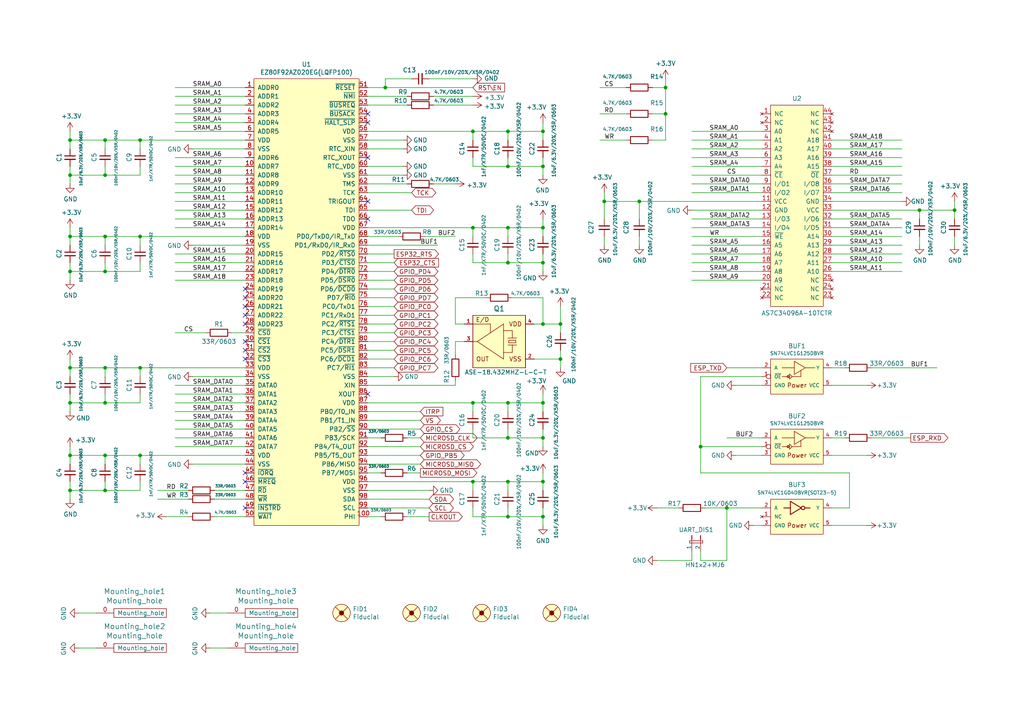
<source format=kicad_sch>
(kicad_sch (version 20230121) (generator eeschema)
  (paper "A4")
  (title_block (title "AgonLight2") (date "2022-12-15") (rev "B") (company "Olimex") (comment 1 "(c)2022"))
  (junction (at 137.16 139.7))
  (junction (at 30.48 40.64))
  (junction (at 157.48 127))
  (junction (at 30.48 132.08))
  (junction (at 157.48 38.1))
  (junction (at 20.32 68.58))
  (junction (at 30.48 78.74))
  (junction (at 157.48 139.7))
  (junction (at 147.32 38.1))
  (junction (at 20.32 132.08))
  (junction (at 157.48 149.86))
  (junction (at 137.16 116.84))
  (junction (at 40.64 40.64))
  (junction (at 175.26 58.42))
  (junction (at 162.56 93.98))
  (junction (at 210.82 147.32))
  (junction (at 185.42 58.42))
  (junction (at 20.32 50.8))
  (junction (at 30.48 106.68))
  (junction (at 162.56 104.14))
  (junction (at 20.32 40.64))
  (junction (at 203.2 129.54))
  (junction (at 30.48 142.24))
  (junction (at 30.48 116.84))
  (junction (at 20.32 106.68))
  (junction (at 40.64 106.68))
  (junction (at 137.16 38.1))
  (junction (at 20.32 78.74))
  (junction (at 147.32 48.26))
  (junction (at 20.32 142.24))
  (junction (at 20.32 116.84))
  (junction (at 193.04 25.4))
  (junction (at 40.64 132.08))
  (junction (at 137.16 66.04))
  (junction (at 147.32 149.86))
  (junction (at 147.32 139.7))
  (junction (at 157.48 116.84))
  (junction (at 147.32 116.84))
  (junction (at 111.76 25.4))
  (junction (at 157.48 76.2))
  (junction (at 266.7 60.96))
  (junction (at 276.86 60.96))
  (junction (at 193.04 33.02))
  (junction (at 157.48 66.04))
  (junction (at 147.32 127))
  (junction (at 147.32 66.04))
  (junction (at 30.48 50.8))
  (junction (at 30.48 68.58))
  (junction (at 147.32 76.2))
  (junction (at 157.48 48.26))
  (junction (at 157.48 93.98))
  (junction (at 40.64 68.58))
  (no_connect (at 106.68 33.02))
  (no_connect (at 106.68 114.3))
  (no_connect (at 71.12 101.6))
  (no_connect (at 71.12 91.44))
  (no_connect (at 71.12 86.36))
  (no_connect (at 71.12 104.14))
  (no_connect (at 71.12 93.98))
  (no_connect (at 106.68 63.5))
  (no_connect (at 106.68 58.42))
  (no_connect (at 106.68 35.56))
  (no_connect (at 71.12 139.7))
  (no_connect (at 71.12 99.06))
  (no_connect (at 71.12 147.32))
  (no_connect (at 71.12 88.9))
  (no_connect (at 71.12 137.16))
  (no_connect (at 71.12 83.82))
  (no_connect (at 106.68 45.72))
  (wire (pts (xy 261.62 73.66) (xy 241.3 73.66)))
  (wire (pts (xy 119.38 22.86) (xy 111.76 22.86)))
  (wire (pts (xy 54.61 149.86) (xy 48.26 149.86)))
  (wire (pts (xy 220.98 63.5) (xy 200.66 63.5)))
  (wire (pts (xy 147.32 116.84) (xy 157.48 116.84)))
  (wire (pts (xy 27.94 177.8) (xy 22.86 177.8)))
  (wire (pts (xy 220.98 43.18) (xy 200.66 43.18)))
  (wire (pts (xy 20.32 50.8) (xy 30.48 50.8)))
  (wire (pts (xy 71.12 63.5) (xy 50.8 63.5)))
  (wire (pts (xy 40.64 68.58) (xy 40.64 71.12)))
  (wire (pts (xy 220.98 53.34) (xy 200.66 53.34)))
  (wire (pts (xy 106.68 121.92) (xy 121.92 121.92)))
  (wire (pts (xy 30.48 116.84) (xy 20.32 116.84)))
  (wire (pts (xy 59.69 96.52) (xy 50.8 96.52)))
  (wire (pts (xy 30.48 139.7) (xy 30.48 142.24)))
  (wire (pts (xy 66.04 177.8) (xy 60.96 177.8)))
  (wire (pts (xy 71.12 45.72) (xy 50.8 45.72)))
  (wire (pts (xy 20.32 109.22) (xy 20.32 106.68)))
  (wire (pts (xy 200.66 162.56) (xy 190.5 162.56)))
  (wire (pts (xy 220.98 58.42) (xy 185.42 58.42)))
  (wire (pts (xy 106.68 132.08) (xy 121.92 132.08)))
  (wire (pts (xy 30.48 48.26) (xy 30.48 50.8)))
  (wire (pts (xy 71.12 142.24) (xy 62.23 142.24)))
  (wire (pts (xy 241.3 106.68) (xy 245.11 106.68)))
  (wire (pts (xy 266.7 60.96) (xy 276.86 60.96)))
  (wire (pts (xy 147.32 149.86) (xy 157.48 149.86)))
  (wire (pts (xy 55.88 71.12) (xy 71.12 71.12)))
  (wire (pts (xy 261.62 71.12) (xy 241.3 71.12)))
  (wire (pts (xy 20.32 116.84) (xy 20.32 114.3)))
  (wire (pts (xy 50.8 116.84) (xy 71.12 116.84)))
  (wire (pts (xy 106.68 55.88) (xy 119.38 55.88)))
  (wire (pts (xy 106.68 111.76) (xy 132.08 111.76)))
  (wire (pts (xy 276.86 68.58) (xy 276.86 71.12)))
  (wire (pts (xy 40.64 76.2) (xy 40.64 78.74)))
  (wire (pts (xy 71.12 81.28) (xy 50.8 81.28)))
  (wire (pts (xy 185.42 68.58) (xy 185.42 71.12)))
  (wire (pts (xy 137.16 22.86) (xy 124.46 22.86)))
  (wire (pts (xy 147.32 76.2) (xy 157.48 76.2)))
  (wire (pts (xy 261.62 68.58) (xy 241.3 68.58)))
  (wire (pts (xy 71.12 27.94) (xy 50.8 27.94)))
  (wire (pts (xy 137.16 149.86) (xy 147.32 149.86)))
  (wire (pts (xy 106.68 99.06) (xy 114.3 99.06)))
  (wire (pts (xy 106.68 88.9) (xy 114.3 88.9)))
  (wire (pts (xy 71.12 76.2) (xy 50.8 76.2)))
  (wire (pts (xy 30.48 50.8) (xy 40.64 50.8)))
  (wire (pts (xy 261.62 78.74) (xy 241.3 78.74)))
  (wire (pts (xy 106.68 30.48) (xy 118.11 30.48)))
  (wire (pts (xy 30.48 40.64) (xy 30.48 43.18)))
  (wire (pts (xy 111.76 25.4) (xy 106.68 25.4)))
  (wire (pts (xy 106.68 96.52) (xy 114.3 96.52)))
  (wire (pts (xy 30.48 71.12) (xy 30.48 68.58)))
  (wire (pts (xy 148.59 86.36) (xy 157.48 86.36)))
  (wire (pts (xy 137.16 45.72) (xy 137.16 48.26)))
  (wire (pts (xy 220.98 71.12) (xy 200.66 71.12)))
  (wire (pts (xy 220.98 106.68) (xy 210.82 106.68)))
  (wire (pts (xy 54.61 144.78) (xy 45.72 144.78)))
  (wire (pts (xy 157.48 149.86) (xy 157.48 147.32)))
  (wire (pts (xy 203.2 109.22) (xy 203.2 129.54)))
  (wire (pts (xy 71.12 43.18) (xy 55.88 43.18)))
  (wire (pts (xy 137.16 66.04) (xy 137.16 68.58)))
  (wire (pts (xy 106.68 86.36) (xy 114.3 86.36)))
  (wire (pts (xy 137.16 139.7) (xy 147.32 139.7)))
  (wire (pts (xy 40.64 132.08) (xy 30.48 132.08)))
  (wire (pts (xy 137.16 66.04) (xy 147.32 66.04)))
  (wire (pts (xy 20.32 134.62) (xy 20.32 132.08)))
  (wire (pts (xy 71.12 111.76) (xy 50.8 111.76)))
  (wire (pts (xy 30.48 114.3) (xy 30.48 116.84)))
  (wire (pts (xy 71.12 25.4) (xy 50.8 25.4)))
  (wire (pts (xy 132.08 102.87) (xy 132.08 99.06)))
  (wire (pts (xy 132.08 93.98) (xy 132.08 86.36)))
  (wire (pts (xy 189.23 33.02) (xy 193.04 33.02)))
  (wire (pts (xy 71.12 38.1) (xy 50.8 38.1)))
  (wire (pts (xy 106.68 76.2) (xy 114.3 76.2)))
  (wire (pts (xy 71.12 48.26) (xy 50.8 48.26)))
  (wire (pts (xy 50.8 121.92) (xy 71.12 121.92)))
  (wire (pts (xy 71.12 60.96) (xy 50.8 60.96)))
  (wire (pts (xy 71.12 73.66) (xy 50.8 73.66)))
  (wire (pts (xy 185.42 63.5) (xy 185.42 58.42)))
  (wire (pts (xy 20.32 40.64) (xy 20.32 38.1)))
  (wire (pts (xy 261.62 53.34) (xy 241.3 53.34)))
  (wire (pts (xy 71.12 149.86) (xy 62.23 149.86)))
  (wire (pts (xy 40.64 114.3) (xy 40.64 116.84)))
  (wire (pts (xy 154.94 104.14) (xy 162.56 104.14)))
  (wire (pts (xy 220.98 73.66) (xy 200.66 73.66)))
  (wire (pts (xy 110.49 149.86) (xy 106.68 149.86)))
  (wire (pts (xy 241.3 43.18) (xy 261.62 43.18)))
  (wire (pts (xy 106.68 38.1) (xy 137.16 38.1)))
  (wire (pts (xy 203.2 162.56) (xy 210.82 162.56)))
  (wire (pts (xy 241.3 132.08) (xy 251.46 132.08)))
  (wire (pts (xy 20.32 142.24) (xy 20.32 139.7)))
  (wire (pts (xy 20.32 68.58) (xy 20.32 66.04)))
  (wire (pts (xy 71.12 127) (xy 50.8 127)))
  (wire (pts (xy 62.23 144.78) (xy 71.12 144.78)))
  (wire (pts (xy 220.98 132.08) (xy 213.36 132.08)))
  (wire (pts (xy 30.48 106.68) (xy 20.32 106.68)))
  (wire (pts (xy 203.2 137.16) (xy 246.38 137.16)))
  (wire (pts (xy 204.47 147.32) (xy 210.82 147.32)))
  (wire (pts (xy 246.38 137.16) (xy 246.38 147.32)))
  (wire (pts (xy 266.7 71.12) (xy 266.7 68.58)))
  (wire (pts (xy 193.04 25.4) (xy 193.04 22.86)))
  (wire (pts (xy 30.48 134.62) (xy 30.48 132.08)))
  (wire (pts (xy 111.76 22.86) (xy 111.76 25.4)))
  (wire (pts (xy 71.12 78.74) (xy 50.8 78.74)))
  (wire (pts (xy 220.98 55.88) (xy 200.66 55.88)))
  (wire (pts (xy 71.12 66.04) (xy 50.8 66.04)))
  (wire (pts (xy 30.48 142.24) (xy 20.32 142.24)))
  (wire (pts (xy 106.68 83.82) (xy 114.3 83.82)))
  (wire (pts (xy 40.64 40.64) (xy 30.48 40.64)))
  (wire (pts (xy 266.7 63.5) (xy 266.7 60.96)))
  (wire (pts (xy 137.16 147.32) (xy 137.16 149.86)))
  (wire (pts (xy 106.68 142.24) (xy 124.46 142.24)))
  (wire (pts (xy 203.2 129.54) (xy 220.98 129.54)))
  (wire (pts (xy 193.04 40.64) (xy 189.23 40.64)))
  (wire (pts (xy 71.12 106.68) (xy 40.64 106.68)))
  (wire (pts (xy 157.48 116.84) (xy 157.48 114.3)))
  (wire (pts (xy 40.64 50.8) (xy 40.64 48.26)))
  (wire (pts (xy 20.32 48.26) (xy 20.32 50.8)))
  (wire (pts (xy 22.86 187.96) (xy 27.94 187.96)))
  (wire (pts (xy 40.64 43.18) (xy 40.64 40.64)))
  (wire (pts (xy 157.48 76.2) (xy 157.48 73.66)))
  (wire (pts (xy 220.98 50.8) (xy 200.66 50.8)))
  (wire (pts (xy 71.12 119.38) (xy 50.8 119.38)))
  (wire (pts (xy 106.68 73.66) (xy 114.3 73.66)))
  (wire (pts (xy 106.68 139.7) (xy 137.16 139.7)))
  (wire (pts (xy 220.98 68.58) (xy 200.66 68.58)))
  (wire (pts (xy 147.32 147.32) (xy 147.32 149.86)))
  (wire (pts (xy 181.61 40.64) (xy 173.99 40.64)))
  (wire (pts (xy 157.48 119.38) (xy 157.48 116.84)))
  (wire (pts (xy 30.48 78.74) (xy 20.32 78.74)))
  (wire (pts (xy 71.12 53.34) (xy 50.8 53.34)))
  (wire (pts (xy 71.12 109.22) (xy 55.88 109.22)))
  (wire (pts (xy 106.68 109.22) (xy 114.3 109.22)))
  (wire (pts (xy 40.64 116.84) (xy 30.48 116.84)))
  (wire (pts (xy 241.3 45.72) (xy 261.62 45.72)))
  (wire (pts (xy 40.64 142.24) (xy 30.48 142.24)))
  (wire (pts (xy 106.68 106.68) (xy 114.3 106.68)))
  (wire (pts (xy 60.96 187.96) (xy 66.04 187.96)))
  (wire (pts (xy 241.3 55.88) (xy 261.62 55.88)))
  (wire (pts (xy 123.19 68.58) (xy 132.08 68.58)))
  (wire (pts (xy 241.3 58.42) (xy 261.62 58.42)))
  (wire (pts (xy 147.32 66.04) (xy 157.48 66.04)))
  (wire (pts (xy 210.82 147.32) (xy 220.98 147.32)))
  (wire (pts (xy 40.64 139.7) (xy 40.64 142.24)))
  (wire (pts (xy 106.68 124.46) (xy 121.92 124.46)))
  (wire (pts (xy 106.68 68.58) (xy 115.57 68.58)))
  (wire (pts (xy 175.26 58.42) (xy 175.26 55.88)))
  (wire (pts (xy 118.11 149.86) (xy 124.46 149.86)))
  (wire (pts (xy 157.48 48.26) (xy 157.48 45.72)))
  (wire (pts (xy 106.68 101.6) (xy 114.3 101.6)))
  (wire (pts (xy 106.68 116.84) (xy 137.16 116.84)))
  (wire (pts (xy 106.68 27.94) (xy 118.11 27.94)))
  (wire (pts (xy 162.56 101.6) (xy 162.56 104.14)))
  (wire (pts (xy 175.26 58.42) (xy 175.26 63.5)))
  (wire (pts (xy 71.12 55.88) (xy 50.8 55.88)))
  (wire (pts (xy 106.68 66.04) (xy 137.16 66.04)))
  (wire (pts (xy 137.16 116.84) (xy 147.32 116.84)))
  (wire (pts (xy 203.2 129.54) (xy 203.2 137.16)))
  (wire (pts (xy 261.62 63.5) (xy 241.3 63.5)))
  (wire (pts (xy 30.48 132.08) (xy 20.32 132.08)))
  (wire (pts (xy 20.32 78.74) (xy 20.32 81.28)))
  (wire (pts (xy 71.12 33.02) (xy 50.8 33.02)))
  (wire (pts (xy 118.11 127) (xy 121.92 127)))
  (wire (pts (xy 189.23 25.4) (xy 193.04 25.4)))
  (wire (pts (xy 106.68 53.34) (xy 118.11 53.34)))
  (wire (pts (xy 147.32 124.46) (xy 147.32 127)))
  (wire (pts (xy 276.86 63.5) (xy 276.86 60.96)))
  (wire (pts (xy 137.16 139.7) (xy 137.16 142.24)))
  (wire (pts (xy 181.61 25.4) (xy 173.99 25.4)))
  (wire (pts (xy 157.48 40.64) (xy 157.48 38.1)))
  (wire (pts (xy 137.16 76.2) (xy 147.32 76.2)))
  (wire (pts (xy 20.32 106.68) (xy 20.32 104.14)))
  (wire (pts (xy 30.48 109.22) (xy 30.48 106.68)))
  (wire (pts (xy 200.66 160.02) (xy 200.66 162.56)))
  (wire (pts (xy 118.11 137.16) (xy 121.92 137.16)))
  (wire (pts (xy 106.68 78.74) (xy 114.3 78.74)))
  (wire (pts (xy 181.61 33.02) (xy 173.99 33.02)))
  (wire (pts (xy 106.68 144.78) (xy 124.46 144.78)))
  (wire (pts (xy 220.98 127) (xy 210.82 127)))
  (wire (pts (xy 106.68 81.28) (xy 114.3 81.28)))
  (wire (pts (xy 157.48 86.36) (xy 157.48 93.98)))
  (wire (pts (xy 241.3 152.4) (xy 251.46 152.4)))
  (wire (pts (xy 157.48 48.26) (xy 157.48 50.8)))
  (wire (pts (xy 261.62 76.2) (xy 241.3 76.2)))
  (wire (pts (xy 210.82 162.56) (xy 210.82 147.32)))
  (wire (pts (xy 190.5 147.32) (xy 196.85 147.32)))
  (wire (pts (xy 20.32 78.74) (xy 20.32 76.2)))
  (wire (pts (xy 106.68 119.38) (xy 121.92 119.38)))
  (wire (pts (xy 162.56 96.52) (xy 162.56 93.98)))
  (wire (pts (xy 134.62 93.98) (xy 132.08 93.98)))
  (wire (pts (xy 125.73 30.48) (xy 137.16 30.48)))
  (wire (pts (xy 106.68 43.18) (xy 116.84 43.18)))
  (wire (pts (xy 125.73 53.34) (xy 132.08 53.34)))
  (wire (pts (xy 241.3 111.76) (xy 251.46 111.76)))
  (wire (pts (xy 137.16 73.66) (xy 137.16 76.2)))
  (wire (pts (xy 220.98 152.4) (xy 218.44 152.4)))
  (wire (pts (xy 157.48 139.7) (xy 157.48 137.16)))
  (wire (pts (xy 147.32 38.1) (xy 157.48 38.1)))
  (wire (pts (xy 71.12 124.46) (xy 50.8 124.46)))
  (wire (pts (xy 203.2 160.02) (xy 203.2 162.56)))
  (wire (pts (xy 147.32 142.24) (xy 147.32 139.7)))
  (wire (pts (xy 40.64 106.68) (xy 40.64 109.22)))
  (wire (pts (xy 147.32 48.26) (xy 157.48 48.26)))
  (wire (pts (xy 246.38 147.32) (xy 241.3 147.32)))
  (wire (pts (xy 147.32 73.66) (xy 147.32 76.2)))
  (wire (pts (xy 111.76 25.4) (xy 137.16 25.4)))
  (wire (pts (xy 106.68 71.12) (xy 127 71.12)))
  (wire (pts (xy 162.56 104.14) (xy 162.56 106.68)))
  (wire (pts (xy 137.16 38.1) (xy 137.16 40.64)))
  (wire (pts (xy 193.04 25.4) (xy 193.04 33.02)))
  (wire (pts (xy 220.98 78.74) (xy 200.66 78.74)))
  (wire (pts (xy 71.12 96.52) (xy 67.31 96.52)))
  (wire (pts (xy 220.98 48.26) (xy 200.66 48.26)))
  (wire (pts (xy 106.68 60.96) (xy 119.38 60.96)))
  (wire (pts (xy 147.32 139.7) (xy 157.48 139.7)))
  (wire (pts (xy 125.73 27.94) (xy 137.16 27.94)))
  (wire (pts (xy 132.08 110.49) (xy 132.08 111.76)))
  (wire (pts (xy 162.56 93.98) (xy 162.56 88.9)))
  (wire (pts (xy 50.8 129.54) (xy 71.12 129.54)))
  (wire (pts (xy 71.12 35.56) (xy 50.8 35.56)))
  (wire (pts (xy 30.48 76.2) (xy 30.48 78.74)))
  (wire (pts (xy 147.32 68.58) (xy 147.32 66.04)))
  (wire (pts (xy 20.32 43.18) (xy 20.32 40.64)))
  (wire (pts (xy 276.86 58.42) (xy 276.86 60.96)))
  (wire (pts (xy 241.3 50.8) (xy 261.62 50.8)))
  (wire (pts (xy 220.98 76.2) (xy 200.66 76.2)))
  (wire (pts (xy 114.3 104.14) (xy 106.68 104.14)))
  (wire (pts (xy 147.32 119.38) (xy 147.32 116.84)))
  (wire (pts (xy 132.08 86.36) (xy 140.97 86.36)))
  (wire (pts (xy 71.12 132.08) (xy 40.64 132.08)))
  (wire (pts (xy 220.98 45.72) (xy 200.66 45.72)))
  (wire (pts (xy 132.08 99.06) (xy 134.62 99.06)))
  (wire (pts (xy 154.94 93.98) (xy 157.48 93.98)))
  (wire (pts (xy 106.68 129.54) (xy 121.92 129.54)))
  (wire (pts (xy 220.98 60.96) (xy 200.66 60.96)))
  (wire (pts (xy 185.42 58.42) (xy 175.26 58.42)))
  (wire (pts (xy 20.32 142.24) (xy 20.32 144.78)))
  (wire (pts (xy 30.48 40.64) (xy 20.32 40.64)))
  (wire (pts (xy 241.3 40.64) (xy 261.62 40.64)))
  (wire (pts (xy 106.68 127) (xy 110.49 127)))
  (wire (pts (xy 137.16 48.26) (xy 147.32 48.26)))
  (wire (pts (xy 241.3 127) (xy 245.11 127)))
  (wire (pts (xy 116.84 50.8) (xy 106.68 50.8)))
  (wire (pts (xy 40.64 132.08) (xy 40.64 134.62)))
  (wire (pts (xy 137.16 124.46) (xy 137.16 127)))
  (wire (pts (xy 20.32 132.08) (xy 20.32 129.54)))
  (wire (pts (xy 71.12 68.58) (xy 40.64 68.58)))
  (wire (pts (xy 157.48 66.04) (xy 157.48 63.5)))
  (wire (pts (xy 147.32 127) (xy 157.48 127)))
  (wire (pts (xy 71.12 134.62) (xy 55.88 134.62)))
  (wire (pts (xy 71.12 50.8) (xy 50.8 50.8)))
  (wire (pts (xy 40.64 68.58) (xy 30.48 68.58)))
  (wire (pts (xy 220.98 38.1) (xy 200.66 38.1)))
  (wire (pts (xy 157.48 76.2) (xy 157.48 78.74)))
  (wire (pts (xy 175.26 68.58) (xy 175.26 71.12)))
  (wire (pts (xy 157.48 142.24) (xy 157.48 139.7)))
  (wire (pts (xy 114.3 91.44) (xy 106.68 91.44)))
  (wire (pts (xy 220.98 109.22) (xy 203.2 109.22)))
  (wire (pts (xy 71.12 58.42) (xy 50.8 58.42)))
  (wire (pts (xy 71.12 30.48) (xy 50.8 30.48)))
  (wire (pts (xy 71.12 40.64) (xy 40.64 40.64)))
  (wire (pts (xy 20.32 53.34) (xy 20.32 50.8)))
  (wire (pts (xy 106.68 137.16) (xy 110.49 137.16)))
  (wire (pts (xy 252.73 106.68) (xy 271.78 106.68)))
  (wire (pts (xy 157.48 68.58) (xy 157.48 66.04)))
  (wire (pts (xy 71.12 114.3) (xy 50.8 114.3)))
  (wire (pts (xy 147.32 45.72) (xy 147.32 48.26)))
  (wire (pts (xy 106.68 134.62) (xy 121.92 134.62)))
  (wire (pts (xy 157.48 38.1) (xy 157.48 35.56)))
  (wire (pts (xy 220.98 40.64) (xy 200.66 40.64)))
  (wire (pts (xy 252.73 127) (xy 264.16 127)))
  (wire (pts (xy 137.16 38.1) (xy 147.32 38.1)))
  (wire (pts (xy 54.61 142.24) (xy 45.72 142.24)))
  (wire (pts (xy 106.68 147.32) (xy 124.46 147.32)))
  (wire (pts (xy 20.32 71.12) (xy 20.32 68.58)))
  (wire (pts (xy 241.3 66.04) (xy 261.62 66.04)))
  (wire (pts (xy 137.16 116.84) (xy 137.16 119.38)))
  (wire (pts (xy 200.66 66.04) (xy 220.98 66.04)))
  (wire (pts (xy 220.98 111.76) (xy 213.36 111.76)))
  (wire (pts (xy 157.48 93.98) (xy 162.56 93.98)))
  (wire (pts (xy 220.98 81.28) (xy 200.66 81.28)))
  (wire (pts (xy 106.68 40.64) (xy 116.84 40.64)))
  (wire (pts (xy 114.3 93.98) (xy 106.68 93.98)))
  (wire (pts (xy 30.48 68.58) (xy 20.32 68.58)))
  (wire (pts (xy 241.3 48.26) (xy 261.62 48.26)))
  (wire (pts (xy 157.48 127) (xy 157.48 124.46)))
  (wire (pts (xy 193.04 33.02) (xy 193.04 40.64)))
  (wire (pts (xy 106.68 48.26) (xy 116.84 48.26)))
  (wire (pts (xy 157.48 127) (xy 157.48 129.54)))
  (wire (pts (xy 157.48 149.86) (xy 157.48 152.4)))
  (wire (pts (xy 147.32 40.64) (xy 147.32 38.1)))
  (wire (pts (xy 137.16 127) (xy 147.32 127)))
  (wire (pts (xy 40.64 106.68) (xy 30.48 106.68)))
  (wire (pts (xy 40.64 78.74) (xy 30.48 78.74)))
  (wire (pts (xy 241.3 60.96) (xy 266.7 60.96)))
  (wire (pts (xy 20.32 116.84) (xy 20.32 119.38)))
  (label "SRAM_A1" (at 55.88 27.94 0))
  (label "SRAM_A9" (at 55.88 53.34 0))
  (label "BUF1" (at 127 71.12 180))
  (label "SRAM_DATA2" (at 55.88 116.84 0))
  (label "SRAM_A17" (at 246.38 43.18 0))
  (label "SRAM_A18" (at 55.88 81.28 0))
  (label "CS" (at 210.82 50.8 0))
  (label "SRAM_A1" (at 205.74 40.64 0))
  (label "SRAM_DATA1" (at 205.74 55.88 0))
  (label "RD" (at 246.38 50.8 0))
  (label "SRAM_A7" (at 55.88 48.26 0))
  (label "SRAM_A5" (at 55.88 38.1 0))
  (label "SRAM_A8" (at 205.74 78.74 0))
  (label "WR" (at 175.26 40.64 0))
  (label "WR" (at 205.74 68.58 0))
  (label "SRAM_A12" (at 246.38 73.66 0))
  (label "SRAM_A4" (at 55.88 35.56 0))
  (label "SRAM_DATA0" (at 205.74 53.34 0))
  (label "SRAM_A13" (at 246.38 71.12 0))
  (label "CS" (at 53.34 96.52 0))
  (label "BUF2" (at 132.08 68.58 180))
  (label "SRAM_A2" (at 55.88 30.48 0))
  (label "SRAM_DATA6" (at 246.38 55.88 0))
  (label "SRAM_DATA7" (at 55.88 129.54 0))
  (label "SRAM_A14" (at 246.38 68.58 0))
  (label "SRAM_A5" (at 205.74 71.12 0))
  (label "SRAM_DATA4" (at 246.38 66.04 0))
  (label "SRAM_A4" (at 205.74 48.26 0))
  (label "SRAM_A9" (at 205.74 81.28 0))
  (label "BUF1" (at 269.24 106.68 180))
  (label "CS" (at 175.26 25.4 0))
  (label "SRAM_A15" (at 246.38 48.26 0))
  (label "SRAM_A3" (at 55.88 33.02 0))
  (label "RD" (at 48.26 142.24 0))
  (label "SRAM_A16" (at 55.88 76.2 0))
  (label "SRAM_DATA3" (at 205.74 66.04 0))
  (label "SRAM_DATA7" (at 246.38 53.34 0))
  (label "BUF2" (at 218.44 127 180))
  (label "SRAM_A6" (at 55.88 45.72 0))
  (label "SRAM_A0" (at 205.74 38.1 0))
  (label "SRAM_A0" (at 55.88 25.4 0))
  (label "SRAM_A10" (at 246.38 76.2 0))
  (label "SRAM_A17" (at 55.88 78.74 0))
  (label "SRAM_A11" (at 246.38 78.74 0))
  (label "SRAM_A2" (at 205.74 43.18 0))
  (label "SRAM_A14" (at 55.88 66.04 0))
  (label "RD" (at 175.26 33.02 0))
  (label "SRAM_A18" (at 246.38 40.64 0))
  (label "SRAM_A16" (at 246.38 45.72 0))
  (label "SRAM_DATA5" (at 55.88 124.46 0))
  (label "SRAM_DATA2" (at 205.74 63.5 0))
  (label "SRAM_DATA5" (at 246.38 63.5 0))
  (label "WR" (at 48.26 144.78 0))
  (label "SRAM_A7" (at 205.74 76.2 0))
  (label "SRAM_DATA3" (at 55.88 119.38 0))
  (label "SRAM_A6" (at 205.74 73.66 0))
  (label "SRAM_A12" (at 55.88 60.96 0))
  (label "SRAM_A10" (at 55.88 55.88 0))
  (label "SRAM_DATA6" (at 55.88 127 0))
  (label "SRAM_A13" (at 55.88 63.5 0))
  (label "SRAM_A15" (at 55.88 73.66 0))
  (label "SRAM_A8" (at 55.88 50.8 0))
  (label "SRAM_DATA4" (at 55.88 121.92 0))
  (label "SRAM_DATA1" (at 55.88 114.3 0))
  (label "SRAM_A11" (at 55.88 58.42 0))
  (label "SRAM_DATA0" (at 55.88 111.76 0))
  (label "SRAM_A3" (at 205.74 45.72 0))
  (global_label "GPIO_PC7" (shape bidirectional) (at 114.3 106.68 0) (property "Intersheetrefs" "${INTERSHEET_REFS}" (effects hide)))
  (global_label "ESP_RXD" (shape output) (at 264.16 127 0) (property "Intersheetrefs" "${INTERSHEET_REFS}" (effects hide)))
  (global_label "ESP32_RTS" (shape output) (at 114.3 73.66 0) (property "Intersheetrefs" "${INTERSHEET_REFS}" (effects hide)))
  (global_label "GPIO_PC0" (shape bidirectional) (at 114.3 88.9 0) (property "Intersheetrefs" "${INTERSHEET_REFS}" (effects hide)))
  (global_label "GPIO_PC2" (shape bidirectional) (at 114.3 93.98 0) (property "Intersheetrefs" "${INTERSHEET_REFS}" (effects hide)))
  (global_label "ITRP" (shape input) (at 121.92 119.38 0) (property "Intersheetrefs" "${INTERSHEET_REFS}" (effects hide)))
  (global_label "GPIO_CS" (shape bidirectional) (at 121.92 124.46 0) (property "Intersheetrefs" "${INTERSHEET_REFS}" (effects hide)))
  (global_label "GPIO_PC6" (shape bidirectional) (at 114.3 104.14 0) (property "Intersheetrefs" "${INTERSHEET_REFS}" (effects hide)))
  (global_label "GPIO_PC4" (shape bidirectional) (at 114.3 99.06 0) (property "Intersheetrefs" "${INTERSHEET_REFS}" (effects hide)))
  (global_label "GPIO_PD5" (shape bidirectional) (at 114.3 81.28 0) (property "Intersheetrefs" "${INTERSHEET_REFS}" (effects hide)))
  (global_label "CLKOUT" (shape output) (at 124.46 149.86 0) (property "Intersheetrefs" "${INTERSHEET_REFS}" (effects hide)))
  (global_label "MICROSD_MOSI" (shape output) (at 121.92 137.16 0) (property "Intersheetrefs" "${INTERSHEET_REFS}" (effects hide)))
  (global_label "GPIO_PD7" (shape bidirectional) (at 114.3 86.36 0) (property "Intersheetrefs" "${INTERSHEET_REFS}" (effects hide)))
  (global_label "SDA" (shape bidirectional) (at 124.46 144.78 0) (property "Intersheetrefs" "${INTERSHEET_REFS}" (effects hide)))
  (global_label "RST\\EN" (shape input) (at 137.16 25.4 0) (property "Intersheetrefs" "${INTERSHEET_REFS}" (effects hide)))
  (global_label "SCL" (shape bidirectional) (at 124.46 147.32 0) (property "Intersheetrefs" "${INTERSHEET_REFS}" (effects hide)))
  (global_label "TCK" (shape bidirectional) (at 119.38 55.88 0) (property "Intersheetrefs" "${INTERSHEET_REFS}" (effects hide)))
  (global_label "MICROSD_CLK" (shape bidirectional) (at 121.92 127 0) (property "Intersheetrefs" "${INTERSHEET_REFS}" (effects hide)))
  (global_label "ESP32_CTS" (shape input) (at 114.3 76.2 0) (property "Intersheetrefs" "${INTERSHEET_REFS}" (effects hide)))
  (global_label "MICROSD_CS" (shape bidirectional) (at 121.92 129.54 0) (property "Intersheetrefs" "${INTERSHEET_REFS}" (effects hide)))
  (global_label "GPIO_PB5" (shape bidirectional) (at 121.92 132.08 0) (property "Intersheetrefs" "${INTERSHEET_REFS}" (effects hide)))
  (global_label "GPIO_PC5" (shape bidirectional) (at 114.3 101.6 0) (property "Intersheetrefs" "${INTERSHEET_REFS}" (effects hide)))
  (global_label "ESP_TXD" (shape input) (at 210.82 106.68 180) (property "Intersheetrefs" "${INTERSHEET_REFS}" (effects hide)))
  (global_label "GPIO_PD6" (shape bidirectional) (at 114.3 83.82 0) (property "Intersheetrefs" "${INTERSHEET_REFS}" (effects hide)))
  (global_label "VS" (shape bidirectional) (at 121.92 121.92 0) (property "Intersheetrefs" "${INTERSHEET_REFS}" (effects hide)))
  (global_label "GPIO_PD4" (shape bidirectional) (at 114.3 78.74 0) (property "Intersheetrefs" "${INTERSHEET_REFS}" (effects hide)))
  (global_label "GPIO_PC3" (shape bidirectional) (at 114.3 96.52 0) (property "Intersheetrefs" "${INTERSHEET_REFS}" (effects hide)))
  (global_label "TDI" (shape bidirectional) (at 119.38 60.96 0) (property "Intersheetrefs" "${INTERSHEET_REFS}" (effects hide)))
  (global_label "GPIO_PC1" (shape bidirectional) (at 114.3 91.44 0) (property "Intersheetrefs" "${INTERSHEET_REFS}" (effects hide)))
  (global_label "MICROSD_MISO" (shape bidirectional) (at 121.92 134.62 0) (property "Intersheetrefs" "${INTERSHEET_REFS}" (effects hide)))
  (symbol (lib_id "AgonLight2_Rev_B:EZ80F92AZ020SG(LQFP100)") (at 88.9 86.36 0) (unit 1)
    (property "Reference" "U1" (at 88.9 18.669 0))
    (property "Value" "EZ80F92AZ020EG(LQFP100)" (at 88.9 20.9804 0))
    (property "Footprint" "OLIMEX_IC-FP:LQFP-100_14x14mm_STM32H730VBT6" (effects hide))
  )
  (symbol (lib_id "AgonLight2_Rev_B:AS7C34096A-10TCTR") (at 231.14 58.42 0) (unit 1)
    (property "Reference" "U2" (at 231.14 28.575 0))
    (property "Value" "AS7C34096A-10TCTR" (at 231.14 90.805 0))
    (property "Footprint" "OLIMEX_IC-FP:TSOP-44_Pitch-0.80mm_18.80x11.80x1.20mm" (effects hide))
  )
  (symbol (lib_id "AgonLight2_Rev_B:R") (at 63.5 96.52 0) (unit 1)
    (property "Reference" "R1" (at 63.5 93.98 0))
    (property "Value" "33R/0603" (at 63.5 99.06 0))
    (property "Footprint" "OLIMEX_RLC-FP:R_0603_5MIL_DWS" (effects hide))
  )
  (symbol (lib_id "AgonLight2_Rev_B:R") (at 58.42 142.24 0) (unit 1)
    (property "Reference" "R2" (at 53.34 140.97 0))
    (property "Value" "33R/0603" (at 65.405 140.97 0) (effects (font (size 0.762 0.762))))
    (property "Footprint" "OLIMEX_RLC-FP:R_0603_5MIL_DWS" (effects hide))
  )
  (symbol (lib_id "AgonLight2_Rev_B:R") (at 58.42 144.78 0) (unit 1)
    (property "Reference" "R3" (at 53.34 143.51 0))
    (property "Value" "33R/0603" (at 65.405 143.51 0) (effects (font (size 0.762 0.762))))
    (property "Footprint" "OLIMEX_RLC-FP:R_0603_5MIL_DWS" (effects hide))
  )
  (symbol (lib_id "AgonLight2_Rev_B:+3.3V") (at 137.16 27.94 270) (unit 1)
    (property "Reference" "#PWR022" (effects hide))
    (property "Value" "+3.3V" (at 140.4112 28.321 90) (effects (justify left)))
  )
  (symbol (lib_id "AgonLight2_Rev_B:R") (at 121.92 27.94 180) (unit 1)
    (property "Reference" "R9" (at 116.84 26.67 0))
    (property "Value" "4.7K/0603" (at 130.175 26.67 0) (effects (font (size 1.016 1.016))))
    (property "Footprint" "OLIMEX_RLC-FP:R_0603_5MIL_DWS" (effects hide))
  )
  (symbol (lib_id "AgonLight2_Rev_B:+3.3V") (at 48.26 149.86 90) (unit 1)
    (property "Reference" "#PWR09" (effects hide))
    (property "Value" "+3.3V" (at 45.0088 149.479 90) (effects (justify left)))
  )
  (symbol (lib_id "AgonLight2_Rev_B:GND") (at 55.88 134.62 270) (unit 1)
    (property "Reference" "#PWR013" (effects hide))
    (property "Value" "GND" (at 52.6288 134.747 90) (effects (justify right)))
  )
  (symbol (lib_id "AgonLight2_Rev_B:R") (at 58.42 149.86 0) (unit 1)
    (property "Reference" "R4" (at 53.34 148.59 0))
    (property "Value" "4.7K/0603" (at 65.405 148.59 0) (effects (font (size 0.762 0.762))))
    (property "Footprint" "OLIMEX_RLC-FP:R_0603_5MIL_DWS" (effects hide))
  )
  (symbol (lib_id "AgonLight2_Rev_B:+3.3V") (at 137.16 30.48 270) (unit 1)
    (property "Reference" "#PWR023" (effects hide))
    (property "Value" "+3.3V" (at 140.4112 30.861 90) (effects (justify left)))
  )
  (symbol (lib_id "AgonLight2_Rev_B:R") (at 121.92 30.48 180) (unit 1)
    (property "Reference" "R10" (at 116.205 29.21 0))
    (property "Value" "4.7K/0603" (at 130.175 29.21 0) (effects (font (size 1.016 1.016))))
    (property "Footprint" "OLIMEX_RLC-FP:R_0603_5MIL_DWS" (effects hide))
  )
  (symbol (lib_id "AgonLight2_Rev_B:GND") (at 200.66 60.96 270) (unit 1)
    (property "Reference" "#PWR040" (effects hide))
    (property "Value" "GND" (at 197.4088 61.087 90) (effects (justify right)))
  )
  (symbol (lib_id "AgonLight2_Rev_B:GND") (at 261.62 58.42 90) (unit 1)
    (property "Reference" "#PWR047" (effects hide))
    (property "Value" "GND" (at 264.16 58.42 90) (effects (justify right)))
  )
  (symbol (lib_id "AgonLight2_Rev_B:+3.3V") (at 175.26 55.88 0) (unit 1)
    (property "Reference" "#PWR034" (effects hide))
    (property "Value" "+3.3V" (at 174.625 51.435 0))
  )
  (symbol (lib_id "AgonLight2_Rev_B:+3.3V") (at 276.86 58.42 0) (unit 1)
    (property "Reference" "#PWR049" (effects hide))
    (property "Value" "+3.3V" (at 275.59 53.975 0))
  )
  (symbol (lib_id "AgonLight2_Rev_B:C") (at 175.26 66.04 0) (unit 1)
    (property "Reference" "C27" (at 171.45 67.945 90) (effects (justify left)))
    (property "Value" "10uF/6.3V/20%/X5R/0603" (at 178.435 74.295 90) (effects (font (size 1.016 1.016)) (justify left)))
    (property "Footprint" "OLIMEX_RLC-FP:C_0603_5MIL_DWS" (effects hide))
  )
  (symbol (lib_id "AgonLight2_Rev_B:C") (at 276.86 66.04 0) (unit 1)
    (property "Reference" "C30" (at 273.685 67.945 90) (effects (justify left)))
    (property "Value" "10uF/6.3V/20%/X5R/0603" (at 280.035 74.295 90) (effects (font (size 1.016 1.016)) (justify left)))
    (property "Footprint" "OLIMEX_RLC-FP:C_0603_5MIL_DWS" (effects hide))
  )
  (symbol (lib_id "AgonLight2_Rev_B:C") (at 185.42 66.04 0) (unit 1)
    (property "Reference" "C28" (at 181.61 67.945 90) (effects (justify left)))
    (property "Value" "100nF/10V/20%/X5R/0402" (at 188.595 74.295 90) (effects (font (size 1.016 1.016)) (justify left)))
    (property "Footprint" "OLIMEX_RLC-FP:C_0402_5MIL_DWS" (effects hide))
  )
  (symbol (lib_id "AgonLight2_Rev_B:C") (at 266.7 66.04 0) (unit 1)
    (property "Reference" "C29" (at 263.525 67.945 90) (effects (justify left)))
    (property "Value" "100nF/10V/20%/X5R/0402" (at 269.875 74.295 90) (effects (font (size 1.016 1.016)) (justify left)))
    (property "Footprint" "OLIMEX_RLC-FP:C_0402_5MIL_DWS" (effects hide))
  )
  (symbol (lib_id "AgonLight2_Rev_B:GND") (at 175.26 71.12 0) (unit 1)
    (property "Reference" "#PWR035" (effects hide))
    (property "Value" "GND" (at 175.387 75.5142 0))
  )
  (symbol (lib_id "AgonLight2_Rev_B:GND") (at 185.42 71.12 0) (unit 1)
    (property "Reference" "#PWR036" (effects hide))
    (property "Value" "GND" (at 185.547 75.5142 0))
  )
  (symbol (lib_id "AgonLight2_Rev_B:C") (at 147.32 43.18 0) (mirror y) (unit 1)
    (property "Reference" "C18" (at 144.145 45.085 90) (effects (justify left)))
    (property "Value" "100nF/10V/20%/X5R/0402" (at 150.495 51.435 90) (effects (font (size 1.016 1.016)) (justify left)))
    (property "Footprint" "OLIMEX_RLC-FP:C_0402_5MIL_DWS" (effects hide))
  )
  (symbol (lib_id "AgonLight2_Rev_B:C") (at 137.16 43.18 0) (mirror y) (unit 1)
    (property "Reference" "C14" (at 133.985 45.085 90) (effects (justify left)))
    (property "Value" "1nF/X7R/50VDC/0402" (at 140.335 51.435 90) (effects (font (size 1.016 1.016)) (justify left)))
    (property "Footprint" "OLIMEX_RLC-FP:C_0402_5MIL_DWS" (effects hide))
  )
  (symbol (lib_id "AgonLight2_Rev_B:C") (at 157.48 43.18 0) (mirror y) (unit 1)
    (property "Reference" "C22" (at 154.305 45.085 90) (effects (justify left)))
    (property "Value" "10uF/6.3V/20%/X5R/0603" (at 160.655 51.435 90) (effects (font (size 1.016 1.016)) (justify left)))
    (property "Footprint" "OLIMEX_RLC-FP:C_0603_5MIL_DWS" (effects hide))
  )
  (symbol (lib_id "AgonLight2_Rev_B:GND") (at 157.48 50.8 0) (mirror y) (unit 1)
    (property "Reference" "#PWR025" (effects hide))
    (property "Value" "GND" (at 157.353 55.1942 0))
  )
  (symbol (lib_id "AgonLight2_Rev_B:+3.3V") (at 157.48 35.56 0) (mirror y) (unit 1)
    (property "Reference" "#PWR024" (effects hide))
    (property "Value" "+3.3V" (at 155.575 31.115 0))
  )
  (symbol (lib_id "AgonLight2_Rev_B:GND") (at 266.7 71.12 0) (unit 1)
    (property "Reference" "#PWR048" (effects hide))
    (property "Value" "GND" (at 266.827 75.5142 0))
  )
  (symbol (lib_id "AgonLight2_Rev_B:GND") (at 276.86 71.12 0) (unit 1)
    (property "Reference" "#PWR050" (effects hide))
    (property "Value" "GND" (at 276.987 75.5142 0))
  )
  (symbol (lib_id "AgonLight2_Rev_B:R") (at 114.3 149.86 0) (unit 1)
    (property "Reference" "R7" (at 119.38 148.59 0))
    (property "Value" "33R/0603" (at 110.49 147.955 0) (effects (font (size 0.762 0.762))))
    (property "Footprint" "OLIMEX_RLC-FP:R_0603_5MIL_DWS" (effects hide))
  )
  (symbol (lib_id "AgonLight2_Rev_B:GND") (at 116.84 40.64 90) (mirror x) (unit 1)
    (property "Reference" "#PWR017" (effects hide))
    (property "Value" "GND" (at 121.92 40.64 90))
  )
  (symbol (lib_id "AgonLight2_Rev_B:GND") (at 116.84 43.18 90) (mirror x) (unit 1)
    (property "Reference" "#PWR018" (effects hide))
    (property "Value" "GND" (at 121.92 43.18 90))
  )
  (symbol (lib_id "AgonLight2_Rev_B:C") (at 30.48 45.72 0) (unit 1)
    (property "Reference" "C5" (at 27.305 46.99 90) (effects (justify left)))
    (property "Value" "100nF/10V/20%/X5R/0402" (at 33.655 53.975 90) (effects (font (size 0.762 0.762)) (justify left)))
    (property "Footprint" "OLIMEX_RLC-FP:C_0402_5MIL_DWS" (effects hide))
  )
  (symbol (lib_id "AgonLight2_Rev_B:C") (at 40.64 45.72 0) (unit 1)
    (property "Reference" "C9" (at 37.465 46.99 90) (effects (justify left)))
    (property "Value" "1nF/X7R/50VDC/0402" (at 43.815 52.705 90) (effects (font (size 0.762 0.762)) (justify left)))
    (property "Footprint" "OLIMEX_RLC-FP:C_0402_5MIL_DWS" (effects hide))
  )
  (symbol (lib_id "AgonLight2_Rev_B:C") (at 20.32 45.72 0) (unit 1)
    (property "Reference" "C1" (at 17.145 46.99 90) (effects (justify left)))
    (property "Value" "10uF/6.3V/20%/X5R/0603" (at 23.495 53.975 90) (effects (font (size 0.762 0.762)) (justify left)))
    (property "Footprint" "OLIMEX_RLC-FP:C_0603_5MIL_DWS" (effects hide))
  )
  (symbol (lib_id "AgonLight2_Rev_B:C") (at 30.48 73.66 0) (unit 1)
    (property "Reference" "C6" (at 27.305 74.93 90) (effects (justify left)))
    (property "Value" "100nF/10V/20%/X5R/0402" (at 33.655 81.915 90) (effects (font (size 0.762 0.762)) (justify left)))
    (property "Footprint" "OLIMEX_RLC-FP:C_0402_5MIL_DWS" (effects hide))
  )
  (symbol (lib_id "AgonLight2_Rev_B:C") (at 40.64 73.66 0) (unit 1)
    (property "Reference" "C10" (at 37.465 75.565 90) (effects (justify left)))
    (property "Value" "1nF/X7R/50VDC/0402" (at 43.815 80.645 90) (effects (font (size 0.762 0.762)) (justify left)))
    (property "Footprint" "OLIMEX_RLC-FP:C_0402_5MIL_DWS" (effects hide))
  )
  (symbol (lib_id "AgonLight2_Rev_B:C") (at 20.32 73.66 0) (unit 1)
    (property "Reference" "C2" (at 17.145 74.93 90) (effects (justify left)))
    (property "Value" "10uF/6.3V/20%/X5R/0603" (at 23.495 81.915 90) (effects (font (size 0.762 0.762)) (justify left)))
    (property "Footprint" "OLIMEX_RLC-FP:C_0603_5MIL_DWS" (effects hide))
  )
  (symbol (lib_id "AgonLight2_Rev_B:GND") (at 55.88 71.12 270) (unit 1)
    (property "Reference" "#PWR011" (effects hide))
    (property "Value" "GND" (at 52.6288 71.247 90) (effects (justify right)))
  )
  (symbol (lib_id "AgonLight2_Rev_B:GND") (at 116.84 48.26 90) (mirror x) (unit 1)
    (property "Reference" "#PWR019" (effects hide))
    (property "Value" "GND" (at 121.92 48.26 90))
  )
  (symbol (lib_id "AgonLight2_Rev_B:GND") (at 20.32 81.28 0) (unit 1)
    (property "Reference" "#PWR04" (effects hide))
    (property "Value" "GND" (at 20.447 85.6742 0))
  )
  (symbol (lib_id "AgonLight2_Rev_B:GND") (at 116.84 50.8 90) (mirror x) (unit 1)
    (property "Reference" "#PWR020" (effects hide))
    (property "Value" "GND" (at 121.92 50.8 90))
  )
  (symbol (lib_id "AgonLight2_Rev_B:GND") (at 114.3 109.22 90) (mirror x) (unit 1)
    (property "Reference" "#PWR014" (effects hide))
    (property "Value" "GND" (at 119.38 109.22 90))
  )
  (symbol (lib_id "AgonLight2_Rev_B:+3.3V") (at 20.32 66.04 0) (unit 1)
    (property "Reference" "#PWR03" (effects hide))
    (property "Value" "+3.3V" (at 20.701 61.6458 0))
  )
  (symbol (lib_id "AgonLight2_Rev_B:GND") (at 55.88 43.18 270) (unit 1)
    (property "Reference" "#PWR010" (effects hide))
    (property "Value" "GND" (at 52.6288 43.307 90) (effects (justify right)))
  )
  (symbol (lib_id "AgonLight2_Rev_B:GND") (at 20.32 53.34 0) (unit 1)
    (property "Reference" "#PWR02" (effects hide))
    (property "Value" "GND" (at 20.447 57.7342 0))
  )
  (symbol (lib_id "AgonLight2_Rev_B:Oscillator-100MHZ_TXC-7W") (at 144.78 99.06 0) (mirror y) (unit 1)
    (property "Reference" "Q1" (at 144.78 89.535 0) (effects (font (size 1.524 1.524))))
    (property "Value" "ASE-18.432MHZ-L-C-T" (at 146.685 107.95 0))
    (property "Footprint" "OLIMEX_Crystal-FP:Oscillator-18.432MHz-3.2x2.5mm" (effects hide))
  )
  (symbol (lib_id "AgonLight2_Rev_B:+3.3V") (at 132.08 53.34 270) (unit 1)
    (property "Reference" "#PWR021" (effects hide))
    (property "Value" "+3.3V" (at 135.3312 53.721 90) (effects (justify left)))
  )
  (symbol (lib_id "AgonLight2_Rev_B:R") (at 121.92 53.34 180) (unit 1)
    (property "Reference" "R11" (at 115.57 52.07 0))
    (property "Value" "4.7K/0603" (at 128.905 52.07 0) (effects (font (size 1.016 1.016))))
    (property "Footprint" "OLIMEX_RLC-FP:R_0603_5MIL_DWS" (effects hide))
  )
  (symbol (lib_id "AgonLight2_Rev_B:+3.3V") (at 20.32 38.1 0) (unit 1)
    (property "Reference" "#PWR01" (effects hide))
    (property "Value" "+3.3V" (at 20.701 33.7058 0))
  )
  (symbol (lib_id "AgonLight2_Rev_B:C") (at 30.48 111.76 0) (unit 1)
    (property "Reference" "C7" (at 27.305 113.03 90) (effects (justify left)))
    (property "Value" "100nF/10V/20%/X5R/0402" (at 33.655 119.38 90) (effects (font (size 0.762 0.762)) (justify left)))
    (property "Footprint" "OLIMEX_RLC-FP:C_0402_5MIL_DWS" (effects hide))
  )
  (symbol (lib_id "AgonLight2_Rev_B:C") (at 40.64 111.76 0) (unit 1)
    (property "Reference" "C11" (at 37.465 113.665 90) (effects (justify left)))
    (property "Value" "1nF/X7R/50VDC/0402" (at 43.815 118.745 90) (effects (font (size 0.762 0.762)) (justify left)))
    (property "Footprint" "OLIMEX_RLC-FP:C_0402_5MIL_DWS" (effects hide))
  )
  (symbol (lib_id "AgonLight2_Rev_B:C") (at 20.32 111.76 0) (unit 1)
    (property "Reference" "C3" (at 17.145 113.03 90) (effects (justify left)))
    (property "Value" "10uF/6.3V/20%/X5R/0603" (at 23.495 119.38 90) (effects (font (size 0.762 0.762)) (justify left)))
    (property "Footprint" "OLIMEX_RLC-FP:C_0603_5MIL_DWS" (effects hide))
  )
  (symbol (lib_id "AgonLight2_Rev_B:GND") (at 20.32 119.38 0) (unit 1)
    (property "Reference" "#PWR06" (effects hide))
    (property "Value" "GND" (at 24.13 121.285 0))
  )
  (symbol (lib_id "AgonLight2_Rev_B:+3.3V") (at 20.32 104.14 0) (unit 1)
    (property "Reference" "#PWR05" (effects hide))
    (property "Value" "+3.3V" (at 20.701 99.7458 0))
  )
  (symbol (lib_id "AgonLight2_Rev_B:+3.3V") (at 162.56 88.9 0) (mirror y) (unit 1)
    (property "Reference" "#PWR032" (effects hide))
    (property "Value" "+3.3V" (at 162.179 84.5058 0))
  )
  (symbol (lib_id "AgonLight2_Rev_B:R") (at 144.78 86.36 180) (unit 1)
    (property "Reference" "R13" (at 139.7 85.09 0))
    (property "Value" "4.7K/0603" (at 152.4 85.09 0) (effects (font (size 1.016 1.016))))
    (property "Footprint" "OLIMEX_RLC-FP:R_0603_5MIL_DWS" (effects hide))
  )
  (symbol (lib_id "AgonLight2_Rev_B:C") (at 162.56 99.06 0) (mirror y) (unit 1)
    (property "Reference" "C26" (at 159.385 100.965 90) (effects (justify left)))
    (property "Value" "100nF/10V/20%/X5R/0402" (at 166.37 107.95 90) (effects (font (size 1.016 1.016)) (justify left)))
    (property "Footprint" "OLIMEX_RLC-FP:C_0402_5MIL_DWS" (effects hide))
  )
  (symbol (lib_id "AgonLight2_Rev_B:GND") (at 162.56 106.68 0) (mirror y) (unit 1)
    (property "Reference" "#PWR033" (effects hide))
    (property "Value" "GND" (at 165.1 110.49 0))
  )
  (symbol (lib_id "AgonLight2_Rev_B:C") (at 30.48 137.16 0) (unit 1)
    (property "Reference" "C8" (at 27.305 138.43 90) (effects (justify left)))
    (property "Value" "100nF/10V/20%/X5R/0402" (at 33.655 146.05 90) (effects (font (size 0.762 0.762)) (justify left)))
    (property "Footprint" "OLIMEX_RLC-FP:C_0402_5MIL_DWS" (effects hide))
  )
  (symbol (lib_id "AgonLight2_Rev_B:C") (at 40.64 137.16 0) (unit 1)
    (property "Reference" "C12" (at 37.465 139.065 90) (effects (justify left)))
    (property "Value" "1nF/X7R/50VDC/0402" (at 43.815 144.145 90) (effects (font (size 0.762 0.762)) (justify left)))
    (property "Footprint" "OLIMEX_RLC-FP:C_0402_5MIL_DWS" (effects hide))
  )
  (symbol (lib_id "AgonLight2_Rev_B:C") (at 20.32 137.16 0) (unit 1)
    (property "Reference" "C4" (at 17.145 138.43 90) (effects (justify left)))
    (property "Value" "10uF/6.3V/20%/X5R/0603" (at 23.495 146.05 90) (effects (font (size 0.762 0.762)) (justify left)))
    (property "Footprint" "OLIMEX_RLC-FP:C_0603_5MIL_DWS" (effects hide))
  )
  (symbol (lib_id "AgonLight2_Rev_B:GND") (at 20.32 144.78 0) (unit 1)
    (property "Reference" "#PWR08" (effects hide))
    (property "Value" "GND" (at 20.447 149.1742 0))
  )
  (symbol (lib_id "AgonLight2_Rev_B:+3.3V") (at 20.32 129.54 0) (unit 1)
    (property "Reference" "#PWR07" (effects hide))
    (property "Value" "+3.3V" (at 24.765 127.635 0))
  )
  (symbol (lib_id "AgonLight2_Rev_B:SN74LVC1G04DBVR(SOT23-5)") (at 231.14 149.86 0) (unit 1)
    (property "Reference" "BUF3" (at 231.14 140.589 0))
    (property "Value" "SN74LVC1G04DBVR(SOT23-5)" (at 231.14 142.9004 0) (effects (font (size 1.016 1.016))))
    (property "Footprint" "OLIMEX_IC-FP:SOT-23-5" (effects hide))
  )
  (symbol (lib_id "AgonLight2_Rev_B:GND") (at 55.88 109.22 270) (unit 1)
    (property "Reference" "#PWR012" (effects hide))
    (property "Value" "GND" (at 52.6288 109.347 90) (effects (justify right)))
  )
  (symbol (lib_id "AgonLight2_Rev_B:C") (at 121.92 22.86 90) (unit 1)
    (property "Reference" "C13" (at 118.745 20.32 90))
    (property "Value" "100nF/10V/20%/X5R/0402" (at 133.985 20.955 90) (effects (font (size 1.016 1.016))))
    (property "Footprint" "OLIMEX_RLC-FP:C_0402_5MIL_DWS" (effects hide))
  )
  (symbol (lib_id "AgonLight2_Rev_B:GND") (at 137.16 22.86 90) (unit 1)
    (property "Reference" "#PWR016" (effects hide))
    (property "Value" "GND" (at 140.4112 22.733 90) (effects (justify right)))
  )
  (symbol (lib_id "AgonLight2_Rev_B:C") (at 147.32 71.12 0) (mirror y) (unit 1)
    (property "Reference" "C19" (at 144.145 73.025 90) (effects (justify left)))
    (property "Value" "100nF/10V/20%/X5R/0402" (at 150.495 81.28 90) (effects (font (size 1.016 1.016)) (justify left)))
    (property "Footprint" "OLIMEX_RLC-FP:C_0402_5MIL_DWS" (effects hide))
  )
  (symbol (lib_id "AgonLight2_Rev_B:C") (at 137.16 71.12 0) (mirror y) (unit 1)
    (property "Reference" "C15" (at 133.985 73.025 90) (effects (justify left)))
    (property "Value" "1nF/X7R/50VDC/0402" (at 140.335 80.01 90) (effects (font (size 1.016 1.016)) (justify left)))
    (property "Footprint" "OLIMEX_RLC-FP:C_0402_5MIL_DWS" (effects hide))
  )
  (symbol (lib_id "AgonLight2_Rev_B:C") (at 157.48 71.12 0) (mirror y) (unit 1)
    (property "Reference" "C23" (at 154.305 73.025 90) (effects (justify left)))
    (property "Value" "10uF/6.3V/20%/X5R/0603" (at 160.655 80.645 90) (effects (font (size 1.016 1.016)) (justify left)))
    (property "Footprint" "OLIMEX_RLC-FP:C_0603_5MIL_DWS" (effects hide))
  )
  (symbol (lib_id "AgonLight2_Rev_B:GND") (at 157.48 78.74 0) (mirror y) (unit 1)
    (property "Reference" "#PWR027" (effects hide))
    (property "Value" "GND" (at 153.67 80.645 0))
  )
  (symbol (lib_id "AgonLight2_Rev_B:+3.3V") (at 157.48 63.5 0) (mirror y) (unit 1)
    (property "Reference" "#PWR026" (effects hide))
    (property "Value" "+3.3V" (at 156.21 59.055 0))
  )
  (symbol (lib_id "AgonLight2_Rev_B:R") (at 119.38 68.58 180) (unit 1)
    (property "Reference" "R8" (at 123.825 67.31 0))
    (property "Value" "33R/0603" (at 112.395 67.31 0) (effects (font (size 1.016 1.016))))
    (property "Footprint" "OLIMEX_RLC-FP:R_0603_5MIL_DWS" (effects hide))
  )
  (symbol (lib_id "AgonLight2_Rev_B:R") (at 132.08 106.68 270) (unit 1)
    (property "Reference" "R12" (at 129.54 109.22 0))
    (property "Value" "33R/0603" (at 129.54 101.6 0) (effects (font (size 1.016 1.016))))
    (property "Footprint" "OLIMEX_RLC-FP:R_0603_5MIL_DWS" (effects hide))
  )
  (symbol (lib_id "AgonLight2_Rev_B:C") (at 147.32 121.92 0) (mirror y) (unit 1)
    (property "Reference" "C20" (at 144.145 123.825 90) (effects (justify left)))
    (property "Value" "100nF/10V/20%/X5R/0402" (at 150.495 132.715 90) (effects (font (size 1.016 1.016)) (justify left)))
    (property "Footprint" "OLIMEX_RLC-FP:C_0402_5MIL_DWS" (effects hide))
  )
  (symbol (lib_id "AgonLight2_Rev_B:C") (at 137.16 121.92 0) (mirror y) (unit 1)
    (property "Reference" "C16" (at 133.985 123.825 90) (effects (justify left)))
    (property "Value" "1nF/X7R/50VDC/0402" (at 140.335 130.81 90) (effects (font (size 1.016 1.016)) (justify left)))
    (property "Footprint" "OLIMEX_RLC-FP:C_0402_5MIL_DWS" (effects hide))
  )
  (symbol (lib_id "AgonLight2_Rev_B:C") (at 157.48 121.92 0) (mirror y) (unit 1)
    (property "Reference" "C24" (at 154.305 123.825 90) (effects (justify left)))
    (property "Value" "10uF/6.3V/20%/X5R/0603" (at 161.29 133.35 90) (effects (font (size 1.016 1.016)) (justify left)))
    (property "Footprint" "OLIMEX_RLC-FP:C_0603_5MIL_DWS" (effects hide))
  )
  (symbol (lib_id "AgonLight2_Rev_B:GND") (at 157.48 129.54 0) (mirror y) (unit 1)
    (property "Reference" "#PWR029" (effects hide))
    (property "Value" "GND" (at 154.305 131.445 0))
  )
  (symbol (lib_id "AgonLight2_Rev_B:+3.3V") (at 157.48 114.3 0) (mirror y) (unit 1)
    (property "Reference" "#PWR028" (effects hide))
    (property "Value" "+3.3V" (at 155.575 110.49 0))
  )
  (symbol (lib_id "AgonLight2_Rev_B:R") (at 185.42 25.4 180) (unit 1)
    (property "Reference" "R14" (at 190.5 22.225 0))
    (property "Value" "4.7K/0603" (at 179.07 22.225 0) (effects (font (size 1.016 1.016))))
    (property "Footprint" "OLIMEX_RLC-FP:R_0603_5MIL_DWS" (effects hide))
  )
  (symbol (lib_id "AgonLight2_Rev_B:R") (at 185.42 33.02 180) (unit 1)
    (property "Reference" "R15" (at 190.5 29.845 0))
    (property "Value" "4.7K/0603" (at 179.07 29.845 0) (effects (font (size 1.016 1.016))))
    (property "Footprint" "OLIMEX_RLC-FP:R_0603_5MIL_DWS" (effects hide))
  )
  (symbol (lib_id "AgonLight2_Rev_B:R") (at 185.42 40.64 180) (unit 1)
    (property "Reference" "R16" (at 190.5 37.465 0))
    (property "Value" "4.7K/0603" (at 179.07 37.465 0) (effects (font (size 1.016 1.016))))
    (property "Footprint" "OLIMEX_RLC-FP:R_0603_5MIL_DWS" (effects hide))
  )
  (symbol (lib_id "AgonLight2_Rev_B:+3.3V") (at 193.04 22.86 0) (unit 1)
    (property "Reference" "#PWR039" (effects hide))
    (property "Value" "+3.3V" (at 193.04 18.415 0))
  )
  (symbol (lib_id "AgonLight2_Rev_B:Mounting_hole") (at 38.1 177.8 0) (unit 1)
    (property "Reference" "Mounting_hole1" (at 39.0398 171.5262 0) (effects (font (size 1.524 1.524))))
    (property "Value" "Mounting_hole" (at 39.0398 174.2186 0) (effects (font (size 1.524 1.524))))
    (property "Footprint" "OLIMEX_Other-FP:Mounting_hole_3.3mm_with_5.5mm_pad" (effects hide))
  )
  (symbol (lib_id "AgonLight2_Rev_B:Mounting_hole") (at 38.1 187.96 0) (unit 1)
    (property "Reference" "Mounting_hole2" (at 39.0398 181.6862 0) (effects (font (size 1.524 1.524))))
    (property "Value" "Mounting_hole" (at 39.0398 184.3786 0) (effects (font (size 1.524 1.524))))
    (property "Footprint" "OLIMEX_Other-FP:Mounting_hole_3.3mm_with_5.5mm_pad" (effects hide))
  )
  (symbol (lib_id "AgonLight2_Rev_B:Mounting_hole") (at 76.2 177.8 0) (unit 1)
    (property "Reference" "Mounting_hole3" (at 77.1398 171.5262 0) (effects (font (size 1.524 1.524))))
    (property "Value" "Mounting_hole" (at 77.1398 174.2186 0) (effects (font (size 1.524 1.524))))
    (property "Footprint" "OLIMEX_Other-FP:Mounting_hole_3.3mm_with_5.5mm_pad" (effects hide))
  )
  (symbol (lib_id "AgonLight2_Rev_B:Mounting_hole") (at 76.2 187.96 0) (unit 1)
    (property "Reference" "Mounting_hole4" (at 77.1398 181.6862 0) (effects (font (size 1.524 1.524))))
    (property "Value" "Mounting_hole" (at 77.1398 184.3786 0) (effects (font (size 1.524 1.524))))
    (property "Footprint" "OLIMEX_Other-FP:Mounting_hole_3.3mm_with_5.5mm_pad" (effects hide))
  )
  (symbol (lib_id "AgonLight2_Rev_B:GND") (at 22.86 177.8 270) (unit 1)
    (property "Reference" "#PWR0193" (effects hide))
    (property "Value" "GND" (at 18.4658 177.927 0))
  )
  (symbol (lib_id "AgonLight2_Rev_B:GND") (at 22.86 187.96 270) (unit 1)
    (property "Reference" "#PWR0194" (effects hide))
    (property "Value" "GND" (at 18.4658 188.087 0))
  )
  (symbol (lib_id "AgonLight2_Rev_B:GND") (at 60.96 187.96 270) (unit 1)
    (property "Reference" "#PWR0195" (effects hide))
    (property "Value" "GND" (at 56.5658 188.087 0))
  )
  (symbol (lib_id "AgonLight2_Rev_B:GND") (at 60.96 177.8 270) (unit 1)
    (property "Reference" "#PWR0196" (effects hide))
    (property "Value" "GND" (at 56.5658 177.927 0))
  )
  (symbol (lib_id "AgonLight2_Rev_B:GND") (at 213.36 132.08 270) (mirror x) (unit 1)
    (property "Reference" "#PWR042" (effects hide))
    (property "Value" "GND" (at 208.28 132.08 90))
  )
  (symbol (lib_id "AgonLight2_Rev_B:+3.3V") (at 251.46 132.08 270) (mirror x) (unit 1)
    (property "Reference" "#PWR045" (effects hide))
    (property "Value" "+3.3V" (at 257.175 132.08 90))
  )
  (symbol (lib_id "AgonLight2_Rev_B:R") (at 248.92 127 180) (unit 1)
    (property "Reference" "R19" (at 243.84 125.73 0))
    (property "Value" "33R/0603" (at 257.175 125.73 0))
    (property "Footprint" "OLIMEX_RLC-FP:R_0603_5MIL_DWS" (effects hide))
  )
  (symbol (lib_id "AgonLight2_Rev_B:SN74LVC1G125DBVR") (at 231.14 109.22 0) (unit 1)
    (property "Reference" "BUF1" (at 231.14 100.3554 0))
    (property "Value" "SN74LVC1G125DBVR" (at 231.14 102.489 0) (effects (font (size 1.016 1.016))))
    (property "Footprint" "OLIMEX_IC-FP:SOT-23-5" (effects hide))
  )
  (symbol (lib_id "AgonLight2_Rev_B:SN74LVC1G125DBVR") (at 231.14 129.54 0) (unit 1)
    (property "Reference" "BUF2" (at 231.14 120.6754 0))
    (property "Value" "SN74LVC1G125DBVR" (at 231.14 122.809 0) (effects (font (size 1.016 1.016))))
    (property "Footprint" "OLIMEX_IC-FP:SOT-23-5" (effects hide))
  )
  (symbol (lib_id "AgonLight2_Rev_B:R") (at 248.92 106.68 180) (unit 1)
    (property "Reference" "R18" (at 243.84 105.41 0))
    (property "Value" "33R/0603" (at 257.175 105.41 0))
    (property "Footprint" "OLIMEX_RLC-FP:R_0603_5MIL_DWS" (effects hide))
  )
  (symbol (lib_id "AgonLight2_Rev_B:+3.3V") (at 251.46 152.4 270) (mirror x) (unit 1)
    (property "Reference" "#PWR046" (effects hide))
    (property "Value" "+3.3V" (at 257.175 152.4 90))
  )
  (symbol (lib_id "AgonLight2_Rev_B:+3.3V") (at 251.46 111.76 270) (mirror x) (unit 1)
    (property "Reference" "#PWR044" (effects hide))
    (property "Value" "+3.3V" (at 257.175 111.76 90))
  )
  (symbol (lib_id "AgonLight2_Rev_B:GND") (at 213.36 111.76 270) (mirror x) (unit 1)
    (property "Reference" "#PWR041" (effects hide))
    (property "Value" "GND" (at 208.28 111.76 90))
  )
  (symbol (lib_id "AgonLight2_Rev_B:GND") (at 218.44 152.4 270) (mirror x) (unit 1)
    (property "Reference" "#PWR043" (effects hide))
    (property "Value" "GND" (at 213.36 152.4 90))
  )
  (symbol (lib_id "AgonLight2_Rev_B:R") (at 200.66 147.32 180) (unit 1)
    (property "Reference" "R17" (at 195.58 146.05 0))
    (property "Value" "10K/0603" (at 208.915 146.05 0))
    (property "Footprint" "OLIMEX_RLC-FP:R_0603_5MIL_DWS" (effects hide))
  )
  (symbol (lib_id "AgonLight2_Rev_B:+3.3V") (at 190.5 147.32 90) (mirror x) (unit 1)
    (property "Reference" "#PWR037" (effects hide))
    (property "Value" "+3.3V" (at 184.785 147.32 90))
  )
  (symbol (lib_id "AgonLight2_Rev_B:JP1E") (at 200.66 157.48 0) (unit 1)
    (property "Reference" "UART_DIS1" (at 196.85 153.67 0) (effects (justify left)))
    (property "Value" "HN1x2+MJ6" (at 198.755 163.83 0) (effects (justify left)))
    (property "Footprint" "OLIMEX_Jumpers-FP:HN1x2_Jumper" (effects hide))
  )
  (symbol (lib_id "AgonLight2_Rev_B:GND") (at 190.5 162.56 270) (mirror x) (unit 1)
    (property "Reference" "#PWR038" (effects hide))
    (property "Value" "GND" (at 185.42 162.56 90))
  )
  (symbol (lib_id "AgonLight2_Rev_B:Fiducial") (at 99.06 177.8 0) (unit 1)
    (property "Reference" "FID1" (at 102.3112 176.6316 0) (effects (justify left)))
    (property "Value" "Fiducial" (at 102.3112 178.943 0) (effects (justify left)))
    (property "Footprint" "OLIMEX_Other-FP:Fiducial1x3" (effects hide))
  )
  (symbol (lib_id "AgonLight2_Rev_B:Fiducial") (at 119.38 177.8 0) (unit 1)
    (property "Reference" "FID2" (at 122.6312 176.6316 0) (effects (justify left)))
    (property "Value" "Fiducial" (at 122.6312 178.943 0) (effects (justify left)))
    (property "Footprint" "OLIMEX_Other-FP:Fiducial1x3" (effects hide))
  )
  (symbol (lib_id "AgonLight2_Rev_B:Fiducial") (at 139.7 177.8 0) (unit 1)
    (property "Reference" "FID3" (at 142.9512 176.6316 0) (effects (justify left)))
    (property "Value" "Fiducial" (at 142.9512 178.943 0) (effects (justify left)))
    (property "Footprint" "OLIMEX_Other-FP:Fiducial1x3" (effects hide))
  )
  (symbol (lib_id "AgonLight2_Rev_B:R") (at 114.3 127 0) (unit 1)
    (property "Reference" "R5" (at 119.38 125.73 0))
    (property "Value" "33R/0603" (at 109.855 125.095 0) (effects (font (size 0.762 0.762))))
    (property "Footprint" "OLIMEX_RLC-FP:R_0603_5MIL_DWS" (effects hide))
  )
  (symbol (lib_id "AgonLight2_Rev_B:R") (at 114.3 137.16 0) (unit 1)
    (property "Reference" "R6" (at 119.38 135.89 0))
    (property "Value" "33R/0603" (at 109.855 135.255 0) (effects (font (size 0.762 0.762))))
    (property "Footprint" "OLIMEX_RLC-FP:R_0603_5MIL_DWS" (effects hide))
  )
  (symbol (lib_id "AgonLight2_Rev_B:C") (at 147.32 144.78 0) (mirror y) (unit 1)
    (property "Reference" "C21" (at 144.145 146.685 90) (effects (justify left)))
    (property "Value" "100nF/10V/20%/X5R/0402" (at 150.495 159.385 90) (effects (font (size 1.016 1.016)) (justify left)))
    (property "Footprint" "OLIMEX_RLC-FP:C_0402_5MIL_DWS" (effects hide))
  )
  (symbol (lib_id "AgonLight2_Rev_B:C") (at 137.16 144.78 0) (mirror y) (unit 1)
    (property "Reference" "C17" (at 133.985 146.685 90) (effects (justify left)))
    (property "Value" "1nF/X7R/50VDC/0402" (at 140.335 155.575 90) (effects (font (size 1.016 1.016)) (justify left)))
    (property "Footprint" "OLIMEX_RLC-FP:C_0402_5MIL_DWS" (effects hide))
  )
  (symbol (lib_id "AgonLight2_Rev_B:C") (at 157.48 144.78 0) (mirror y) (unit 1)
    (property "Reference" "C25" (at 154.305 146.685 90) (effects (justify left)))
    (property "Value" "10uF/6.3V/20%/X5R/0603" (at 161.29 156.21 90) (effects (font (size 1.016 1.016)) (justify left)))
    (property "Footprint" "OLIMEX_RLC-FP:C_0603_5MIL_DWS" (effects hide))
  )
  (symbol (lib_id "AgonLight2_Rev_B:GND") (at 157.48 152.4 0) (mirror y) (unit 1)
    (property "Reference" "#PWR031" (effects hide))
    (property "Value" "GND" (at 157.48 156.845 0))
  )
  (symbol (lib_id "AgonLight2_Rev_B:+3.3V") (at 157.48 137.16 0) (mirror y) (unit 1)
    (property "Reference" "#PWR030" (effects hide))
    (property "Value" "+3.3V" (at 153.67 135.89 0))
  )
  (symbol (lib_id "AgonLight2_Rev_B:GND") (at 124.46 142.24 90) (mirror x) (unit 1)
    (property "Reference" "#PWR015" (effects hide))
    (property "Value" "GND" (at 129.54 142.24 90))
  )
  (symbol (lib_id "AgonLight2_Rev_B:Fiducial") (at 160.02 177.8 0) (unit 1)
    (property "Reference" "FID4" (at 163.2712 176.6316 0) (effects (justify left)))
    (property "Value" "Fiducial" (at 163.2712 178.943 0) (effects (justify left)))
    (property "Footprint" "OLIMEX_Other-FP:Fiducial1x3" (effects hide))
  )
  (sheet (at 45.72 223.52) (size 30.48 15.24)
    (property "Sheetname" "ESP32-PICO-D4" (at 45.72 222.8084 0) (effects (justify left bottom)))
    (property "Sheetfile" "../../../../tmp/AgonLight2/HARDWARE/AgonLight2_Rev_B/ESP32-PICO-D4.sch" (at 45.72 239.3446 0) (effects (justify left top)))
  )
  (sheet (at 86.36 223.52) (size 30.48 15.24)
    (property "Sheetname" "Extension" (at 86.36 222.8084 0) (effects (justify left bottom)))
    (property "Sheetfile" "../../../../tmp/AgonLight2/HARDWARE/AgonLight2_Rev_B/Extension.sch" (at 86.36 239.3446 0) (effects (justify left top)))
  )
  (sheet (at 127 223.52) (size 27.94 15.24)
    (property "Sheetname" "Power Supply,USB" (at 127 222.8084 0) (effects (justify left bottom)))
    (property "Sheetfile" "../../../../tmp/AgonLight2/HARDWARE/AgonLight2_Rev_B/Power Supply,USB.sch" (at 127 239.3446 0) (effects (justify left top)))
  )
)
</source>
